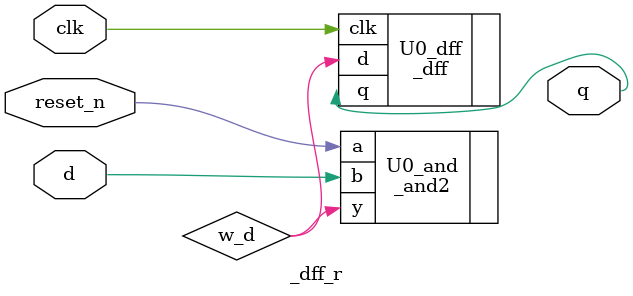
<source format=v>
module _dff_r(clk, reset_n, d, q); //resettable D flip-flop
input clk, reset_n, d;
output q;
wire w_d;

_and2 U0_and(.a(reset_n),.b(d),.y(w_d));
_dff U0_dff(.clk(clk),.d(w_d),.q(q));
//instance of and2, dff
endmodule 
</source>
